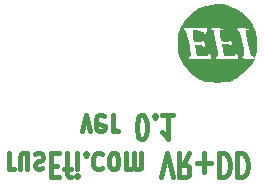
<source format=gbo>
G04 (created by PCBNEW (2013-jul-07)-stable) date Пт 28 фев 2014 10:34:58*
%MOIN*%
G04 Gerber Fmt 3.4, Leading zero omitted, Abs format*
%FSLAX34Y34*%
G01*
G70*
G90*
G04 APERTURE LIST*
%ADD10C,0.00590551*%
%ADD11C,0.015*%
%ADD12C,0.0001*%
G04 APERTURE END LIST*
G54D10*
G54D11*
X88066Y-25613D02*
X88066Y-26147D01*
X88066Y-25994D02*
X88094Y-26070D01*
X88123Y-26108D01*
X88180Y-26147D01*
X88237Y-26147D01*
X88694Y-26147D02*
X88694Y-25613D01*
X88437Y-26147D02*
X88437Y-25727D01*
X88466Y-25651D01*
X88523Y-25613D01*
X88608Y-25613D01*
X88666Y-25651D01*
X88694Y-25689D01*
X88951Y-25651D02*
X89008Y-25613D01*
X89123Y-25613D01*
X89180Y-25651D01*
X89208Y-25727D01*
X89208Y-25766D01*
X89180Y-25842D01*
X89123Y-25880D01*
X89037Y-25880D01*
X88980Y-25918D01*
X88951Y-25994D01*
X88951Y-26032D01*
X88980Y-26108D01*
X89037Y-26147D01*
X89123Y-26147D01*
X89180Y-26108D01*
X89466Y-26032D02*
X89666Y-26032D01*
X89751Y-25613D02*
X89466Y-25613D01*
X89466Y-26413D01*
X89751Y-26413D01*
X89923Y-26147D02*
X90151Y-26147D01*
X90008Y-25613D02*
X90008Y-26299D01*
X90037Y-26375D01*
X90094Y-26413D01*
X90151Y-26413D01*
X90351Y-25613D02*
X90351Y-26147D01*
X90351Y-26413D02*
X90323Y-26375D01*
X90351Y-26337D01*
X90380Y-26375D01*
X90351Y-26413D01*
X90351Y-26337D01*
X90637Y-25689D02*
X90666Y-25651D01*
X90637Y-25613D01*
X90608Y-25651D01*
X90637Y-25689D01*
X90637Y-25613D01*
X91180Y-25651D02*
X91123Y-25613D01*
X91008Y-25613D01*
X90951Y-25651D01*
X90923Y-25689D01*
X90894Y-25766D01*
X90894Y-25994D01*
X90923Y-26070D01*
X90951Y-26108D01*
X91008Y-26147D01*
X91123Y-26147D01*
X91180Y-26108D01*
X91523Y-25613D02*
X91466Y-25651D01*
X91437Y-25689D01*
X91408Y-25766D01*
X91408Y-25994D01*
X91437Y-26070D01*
X91466Y-26108D01*
X91523Y-26147D01*
X91608Y-26147D01*
X91666Y-26108D01*
X91694Y-26070D01*
X91723Y-25994D01*
X91723Y-25766D01*
X91694Y-25689D01*
X91666Y-25651D01*
X91608Y-25613D01*
X91523Y-25613D01*
X91980Y-25613D02*
X91980Y-26147D01*
X91980Y-26070D02*
X92008Y-26108D01*
X92066Y-26147D01*
X92151Y-26147D01*
X92208Y-26108D01*
X92237Y-26032D01*
X92237Y-25613D01*
X92237Y-26032D02*
X92266Y-26108D01*
X92323Y-26147D01*
X92408Y-26147D01*
X92466Y-26108D01*
X92494Y-26032D01*
X92494Y-25613D01*
X93151Y-26413D02*
X93351Y-25613D01*
X93551Y-26413D01*
X94094Y-25613D02*
X93894Y-25994D01*
X93751Y-25613D02*
X93751Y-26413D01*
X93980Y-26413D01*
X94037Y-26375D01*
X94066Y-26337D01*
X94094Y-26261D01*
X94094Y-26147D01*
X94066Y-26070D01*
X94037Y-26032D01*
X93980Y-25994D01*
X93751Y-25994D01*
X94351Y-25918D02*
X94808Y-25918D01*
X94580Y-25613D02*
X94580Y-26223D01*
X95094Y-25613D02*
X95094Y-26413D01*
X95237Y-26413D01*
X95323Y-26375D01*
X95380Y-26299D01*
X95408Y-26223D01*
X95437Y-26070D01*
X95437Y-25956D01*
X95408Y-25804D01*
X95380Y-25727D01*
X95323Y-25651D01*
X95237Y-25613D01*
X95094Y-25613D01*
X95694Y-25613D02*
X95694Y-26413D01*
X95837Y-26413D01*
X95923Y-26375D01*
X95980Y-26299D01*
X96008Y-26223D01*
X96037Y-26070D01*
X96037Y-25956D01*
X96008Y-25804D01*
X95980Y-25727D01*
X95923Y-25651D01*
X95837Y-25613D01*
X95694Y-25613D01*
X90508Y-24877D02*
X90651Y-24343D01*
X90794Y-24877D01*
X91251Y-24381D02*
X91194Y-24343D01*
X91080Y-24343D01*
X91023Y-24381D01*
X90994Y-24457D01*
X90994Y-24762D01*
X91023Y-24838D01*
X91080Y-24877D01*
X91194Y-24877D01*
X91251Y-24838D01*
X91280Y-24762D01*
X91280Y-24686D01*
X90994Y-24610D01*
X91537Y-24343D02*
X91537Y-24877D01*
X91537Y-24724D02*
X91566Y-24800D01*
X91594Y-24838D01*
X91651Y-24877D01*
X91708Y-24877D01*
X92480Y-25143D02*
X92537Y-25143D01*
X92594Y-25105D01*
X92623Y-25067D01*
X92651Y-24991D01*
X92680Y-24838D01*
X92680Y-24648D01*
X92651Y-24496D01*
X92623Y-24419D01*
X92594Y-24381D01*
X92537Y-24343D01*
X92480Y-24343D01*
X92423Y-24381D01*
X92394Y-24419D01*
X92366Y-24496D01*
X92337Y-24648D01*
X92337Y-24838D01*
X92366Y-24991D01*
X92394Y-25067D01*
X92423Y-25105D01*
X92480Y-25143D01*
X92937Y-24419D02*
X92966Y-24381D01*
X92937Y-24343D01*
X92908Y-24381D01*
X92937Y-24419D01*
X92937Y-24343D01*
X93537Y-24343D02*
X93194Y-24343D01*
X93366Y-24343D02*
X93366Y-25143D01*
X93308Y-25029D01*
X93251Y-24953D01*
X93194Y-24915D01*
G54D12*
G36*
X93720Y-21954D02*
X93722Y-21787D01*
X93728Y-21668D01*
X93743Y-21579D01*
X93768Y-21502D01*
X93808Y-21417D01*
X93813Y-21407D01*
X93887Y-21291D01*
X93887Y-21470D01*
X93936Y-21502D01*
X93951Y-21504D01*
X93979Y-21537D01*
X94013Y-21635D01*
X94052Y-21799D01*
X94068Y-21879D01*
X94099Y-22034D01*
X94126Y-22169D01*
X94147Y-22268D01*
X94158Y-22312D01*
X94152Y-22361D01*
X94123Y-22370D01*
X94077Y-22396D01*
X94070Y-22420D01*
X94081Y-22443D01*
X94119Y-22457D01*
X94195Y-22466D01*
X94319Y-22470D01*
X94448Y-22470D01*
X94826Y-22470D01*
X94811Y-22370D01*
X94788Y-22300D01*
X94752Y-22271D01*
X94751Y-22270D01*
X94721Y-22294D01*
X94725Y-22321D01*
X94725Y-22349D01*
X94687Y-22364D01*
X94601Y-22370D01*
X94546Y-22370D01*
X94348Y-22370D01*
X94315Y-22187D01*
X94282Y-22004D01*
X94410Y-22004D01*
X94491Y-22012D01*
X94535Y-22031D01*
X94537Y-22037D01*
X94564Y-22067D01*
X94583Y-22070D01*
X94612Y-22052D01*
X94611Y-21987D01*
X94607Y-21965D01*
X94582Y-21897D01*
X94548Y-21849D01*
X94517Y-21835D01*
X94504Y-21867D01*
X94504Y-21868D01*
X94474Y-21891D01*
X94401Y-21903D01*
X94373Y-21904D01*
X94242Y-21904D01*
X94219Y-21719D01*
X94209Y-21615D01*
X94209Y-21539D01*
X94214Y-21516D01*
X94262Y-21504D01*
X94344Y-21510D01*
X94438Y-21528D01*
X94520Y-21553D01*
X94567Y-21581D01*
X94570Y-21590D01*
X94597Y-21632D01*
X94620Y-21637D01*
X94660Y-21607D01*
X94670Y-21537D01*
X94670Y-21437D01*
X94269Y-21437D01*
X94084Y-21440D01*
X93958Y-21447D01*
X93894Y-21460D01*
X93887Y-21470D01*
X93887Y-21291D01*
X93983Y-21139D01*
X94188Y-20927D01*
X94427Y-20772D01*
X94635Y-20691D01*
X94804Y-20658D01*
X94804Y-21470D01*
X94831Y-21500D01*
X94854Y-21504D01*
X94898Y-21510D01*
X94904Y-21516D01*
X94910Y-21551D01*
X94927Y-21639D01*
X94953Y-21767D01*
X94984Y-21921D01*
X94987Y-21937D01*
X95023Y-22114D01*
X95048Y-22235D01*
X95061Y-22311D01*
X95064Y-22352D01*
X95058Y-22369D01*
X95043Y-22372D01*
X95020Y-22370D01*
X94976Y-22397D01*
X94970Y-22420D01*
X94981Y-22443D01*
X95019Y-22457D01*
X95095Y-22466D01*
X95219Y-22470D01*
X95348Y-22470D01*
X95726Y-22470D01*
X95711Y-22370D01*
X95688Y-22300D01*
X95652Y-22271D01*
X95651Y-22270D01*
X95621Y-22294D01*
X95625Y-22320D01*
X95624Y-22350D01*
X95586Y-22365D01*
X95497Y-22370D01*
X95459Y-22370D01*
X95355Y-22366D01*
X95281Y-22354D01*
X95258Y-22344D01*
X95244Y-22297D01*
X95228Y-22209D01*
X95218Y-22144D01*
X95195Y-21970D01*
X95310Y-21970D01*
X95399Y-21981D01*
X95461Y-22008D01*
X95463Y-22010D01*
X95507Y-22037D01*
X95522Y-22004D01*
X95514Y-21929D01*
X95487Y-21870D01*
X95448Y-21837D01*
X95414Y-21839D01*
X95404Y-21870D01*
X95376Y-21895D01*
X95311Y-21904D01*
X95236Y-21897D01*
X95176Y-21876D01*
X95160Y-21858D01*
X95145Y-21799D01*
X95127Y-21703D01*
X95119Y-21658D01*
X95109Y-21563D01*
X95116Y-21517D01*
X95146Y-21504D01*
X95150Y-21504D01*
X95197Y-21487D01*
X95204Y-21470D01*
X95173Y-21453D01*
X95094Y-21441D01*
X95004Y-21437D01*
X94897Y-21442D01*
X94825Y-21455D01*
X94804Y-21470D01*
X94804Y-20658D01*
X94812Y-20656D01*
X95017Y-20642D01*
X95222Y-20649D01*
X95398Y-20677D01*
X95428Y-20686D01*
X95663Y-20790D01*
X95885Y-20944D01*
X96075Y-21135D01*
X96218Y-21348D01*
X96230Y-21373D01*
X96306Y-21579D01*
X96352Y-21810D01*
X96362Y-22032D01*
X96357Y-22093D01*
X96336Y-22227D01*
X96309Y-22335D01*
X96280Y-22405D01*
X96252Y-22424D01*
X96244Y-22416D01*
X96193Y-22374D01*
X96173Y-22365D01*
X96143Y-22324D01*
X96107Y-22218D01*
X96067Y-22052D01*
X96050Y-21969D01*
X96014Y-21786D01*
X95991Y-21659D01*
X95979Y-21577D01*
X95978Y-21531D01*
X95988Y-21510D01*
X96007Y-21504D01*
X96020Y-21504D01*
X96065Y-21486D01*
X96070Y-21470D01*
X96040Y-21453D01*
X95961Y-21441D01*
X95870Y-21437D01*
X95757Y-21443D01*
X95687Y-21459D01*
X95668Y-21481D01*
X95707Y-21505D01*
X95731Y-21512D01*
X95762Y-21534D01*
X95789Y-21588D01*
X95816Y-21686D01*
X95846Y-21838D01*
X95849Y-21857D01*
X95876Y-22009D01*
X95901Y-22144D01*
X95920Y-22245D01*
X95926Y-22279D01*
X95931Y-22347D01*
X95900Y-22370D01*
X95892Y-22371D01*
X95855Y-22391D01*
X95858Y-22421D01*
X95892Y-22451D01*
X95969Y-22467D01*
X96077Y-22471D01*
X96276Y-22470D01*
X96201Y-22595D01*
X96052Y-22796D01*
X95861Y-22979D01*
X95650Y-23123D01*
X95604Y-23147D01*
X95504Y-23195D01*
X95421Y-23225D01*
X95335Y-23243D01*
X95228Y-23251D01*
X95079Y-23253D01*
X95021Y-23253D01*
X94854Y-23251D01*
X94734Y-23245D01*
X94643Y-23230D01*
X94562Y-23203D01*
X94471Y-23162D01*
X94456Y-23155D01*
X94246Y-23022D01*
X94051Y-22844D01*
X93889Y-22641D01*
X93816Y-22515D01*
X93773Y-22422D01*
X93745Y-22341D01*
X93730Y-22252D01*
X93722Y-22136D01*
X93721Y-21974D01*
X93720Y-21954D01*
X93720Y-21954D01*
X93720Y-21954D01*
G37*
M02*

</source>
